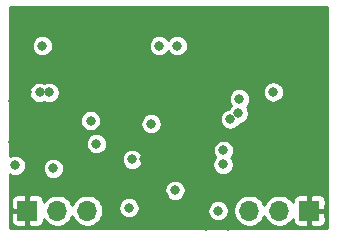
<source format=gbr>
G04 #@! TF.GenerationSoftware,KiCad,Pcbnew,(5.1.5)-3*
G04 #@! TF.CreationDate,2021-02-05T10:45:09+01:00*
G04 #@! TF.ProjectId,kapuki-cursen-hw,6b617075-6b69-42d6-9375-7273656e2d68,rev?*
G04 #@! TF.SameCoordinates,Original*
G04 #@! TF.FileFunction,Copper,L2,Inr*
G04 #@! TF.FilePolarity,Positive*
%FSLAX46Y46*%
G04 Gerber Fmt 4.6, Leading zero omitted, Abs format (unit mm)*
G04 Created by KiCad (PCBNEW (5.1.5)-3) date 2021-02-05 10:45:09*
%MOMM*%
%LPD*%
G04 APERTURE LIST*
%ADD10O,1.700000X1.700000*%
%ADD11R,1.700000X1.700000*%
%ADD12C,0.800000*%
%ADD13C,0.254000*%
G04 APERTURE END LIST*
D10*
X127762000Y-91440000D03*
X125222000Y-91440000D03*
D11*
X122682000Y-91440000D03*
D10*
X141478000Y-91440000D03*
X144018000Y-91440000D03*
D11*
X146558000Y-91440000D03*
D12*
X141478000Y-86080600D03*
X140411200Y-84912200D03*
X136906000Y-87630000D03*
X134239000Y-90220800D03*
X132562600Y-87096600D03*
X128041400Y-81534000D03*
X130048000Y-81534000D03*
X141782800Y-81381600D03*
X132511800Y-74726800D03*
X128041400Y-82626200D03*
X127736600Y-86588600D03*
X129717800Y-87122000D03*
X129336800Y-84074000D03*
X135178800Y-74828400D03*
X122656600Y-81432400D03*
X121462800Y-82118200D03*
X124612400Y-89636600D03*
X126390400Y-89916000D03*
X147828000Y-82804000D03*
X147828000Y-85344000D03*
X147828000Y-81534000D03*
X146304000Y-81534000D03*
X123088400Y-89636600D03*
X121691400Y-89636600D03*
X145288000Y-88036400D03*
X141757400Y-87223600D03*
X132816600Y-81534000D03*
X123850400Y-83261200D03*
X122072400Y-83261200D03*
X136931400Y-86283800D03*
X139700000Y-92710000D03*
X137795000Y-92710000D03*
X137668000Y-89662000D03*
X147167600Y-87884000D03*
X121462800Y-85598000D03*
X123317000Y-87884000D03*
X123952000Y-77470000D03*
X133858000Y-77470000D03*
X139293600Y-86334600D03*
X135382000Y-77470000D03*
X140538200Y-83210400D03*
X135178800Y-89712800D03*
X131292600Y-91186000D03*
X139877800Y-83693000D03*
X143510000Y-81381600D03*
X139268200Y-87528400D03*
X124536200Y-81432400D03*
X123723400Y-81432400D03*
X124891800Y-87858600D03*
X121666000Y-87604600D03*
X140639800Y-81965800D03*
X138836400Y-91440000D03*
X133172200Y-84074000D03*
X131572000Y-87096600D03*
X128524000Y-85775800D03*
X128041400Y-83820000D03*
D13*
G36*
X148057001Y-92939000D02*
G01*
X121183000Y-92939000D01*
X121183000Y-92290000D01*
X121302450Y-92290000D01*
X121312625Y-92393310D01*
X121342760Y-92492650D01*
X121391695Y-92584202D01*
X121457552Y-92664448D01*
X121537798Y-92730305D01*
X121629350Y-92779240D01*
X121728690Y-92809375D01*
X121832000Y-92819550D01*
X122477250Y-92817000D01*
X122609000Y-92685250D01*
X122609000Y-91513000D01*
X121436750Y-91513000D01*
X121305000Y-91644750D01*
X121302450Y-92290000D01*
X121183000Y-92290000D01*
X121183000Y-90590000D01*
X121302450Y-90590000D01*
X121305000Y-91235250D01*
X121436750Y-91367000D01*
X122609000Y-91367000D01*
X122609000Y-90194750D01*
X122755000Y-90194750D01*
X122755000Y-91367000D01*
X122775000Y-91367000D01*
X122775000Y-91513000D01*
X122755000Y-91513000D01*
X122755000Y-92685250D01*
X122886750Y-92817000D01*
X123532000Y-92819550D01*
X123635310Y-92809375D01*
X123734650Y-92779240D01*
X123826202Y-92730305D01*
X123906448Y-92664448D01*
X123972305Y-92584202D01*
X124021240Y-92492650D01*
X124051375Y-92393310D01*
X124061550Y-92290000D01*
X124060984Y-92146752D01*
X124167172Y-92305675D01*
X124356325Y-92494828D01*
X124578746Y-92643444D01*
X124825886Y-92745813D01*
X125088249Y-92798000D01*
X125355751Y-92798000D01*
X125618114Y-92745813D01*
X125865254Y-92643444D01*
X126087675Y-92494828D01*
X126276828Y-92305675D01*
X126425444Y-92083254D01*
X126492000Y-91922574D01*
X126558556Y-92083254D01*
X126707172Y-92305675D01*
X126896325Y-92494828D01*
X127118746Y-92643444D01*
X127365886Y-92745813D01*
X127628249Y-92798000D01*
X127895751Y-92798000D01*
X128158114Y-92745813D01*
X128405254Y-92643444D01*
X128627675Y-92494828D01*
X128816828Y-92305675D01*
X128965444Y-92083254D01*
X129067813Y-91836114D01*
X129120000Y-91573751D01*
X129120000Y-91306249D01*
X129078293Y-91096570D01*
X130384600Y-91096570D01*
X130384600Y-91275430D01*
X130419494Y-91450854D01*
X130487941Y-91616099D01*
X130587311Y-91764816D01*
X130713784Y-91891289D01*
X130862501Y-91990659D01*
X131027746Y-92059106D01*
X131203170Y-92094000D01*
X131382030Y-92094000D01*
X131557454Y-92059106D01*
X131722699Y-91990659D01*
X131871416Y-91891289D01*
X131997889Y-91764816D01*
X132097259Y-91616099D01*
X132165706Y-91450854D01*
X132185653Y-91350570D01*
X137928400Y-91350570D01*
X137928400Y-91529430D01*
X137963294Y-91704854D01*
X138031741Y-91870099D01*
X138131111Y-92018816D01*
X138257584Y-92145289D01*
X138406301Y-92244659D01*
X138571546Y-92313106D01*
X138746970Y-92348000D01*
X138925830Y-92348000D01*
X139101254Y-92313106D01*
X139266499Y-92244659D01*
X139415216Y-92145289D01*
X139541689Y-92018816D01*
X139641059Y-91870099D01*
X139709506Y-91704854D01*
X139744400Y-91529430D01*
X139744400Y-91350570D01*
X139735585Y-91306249D01*
X140120000Y-91306249D01*
X140120000Y-91573751D01*
X140172187Y-91836114D01*
X140274556Y-92083254D01*
X140423172Y-92305675D01*
X140612325Y-92494828D01*
X140834746Y-92643444D01*
X141081886Y-92745813D01*
X141344249Y-92798000D01*
X141611751Y-92798000D01*
X141874114Y-92745813D01*
X142121254Y-92643444D01*
X142343675Y-92494828D01*
X142532828Y-92305675D01*
X142681444Y-92083254D01*
X142748000Y-91922574D01*
X142814556Y-92083254D01*
X142963172Y-92305675D01*
X143152325Y-92494828D01*
X143374746Y-92643444D01*
X143621886Y-92745813D01*
X143884249Y-92798000D01*
X144151751Y-92798000D01*
X144414114Y-92745813D01*
X144661254Y-92643444D01*
X144883675Y-92494828D01*
X145072828Y-92305675D01*
X145179016Y-92146752D01*
X145178450Y-92290000D01*
X145188625Y-92393310D01*
X145218760Y-92492650D01*
X145267695Y-92584202D01*
X145333552Y-92664448D01*
X145413798Y-92730305D01*
X145505350Y-92779240D01*
X145604690Y-92809375D01*
X145708000Y-92819550D01*
X146353250Y-92817000D01*
X146485000Y-92685250D01*
X146485000Y-91513000D01*
X146631000Y-91513000D01*
X146631000Y-92685250D01*
X146762750Y-92817000D01*
X147408000Y-92819550D01*
X147511310Y-92809375D01*
X147610650Y-92779240D01*
X147702202Y-92730305D01*
X147782448Y-92664448D01*
X147848305Y-92584202D01*
X147897240Y-92492650D01*
X147927375Y-92393310D01*
X147937550Y-92290000D01*
X147935000Y-91644750D01*
X147803250Y-91513000D01*
X146631000Y-91513000D01*
X146485000Y-91513000D01*
X146465000Y-91513000D01*
X146465000Y-91367000D01*
X146485000Y-91367000D01*
X146485000Y-90194750D01*
X146631000Y-90194750D01*
X146631000Y-91367000D01*
X147803250Y-91367000D01*
X147935000Y-91235250D01*
X147937550Y-90590000D01*
X147927375Y-90486690D01*
X147897240Y-90387350D01*
X147848305Y-90295798D01*
X147782448Y-90215552D01*
X147702202Y-90149695D01*
X147610650Y-90100760D01*
X147511310Y-90070625D01*
X147408000Y-90060450D01*
X146762750Y-90063000D01*
X146631000Y-90194750D01*
X146485000Y-90194750D01*
X146353250Y-90063000D01*
X145708000Y-90060450D01*
X145604690Y-90070625D01*
X145505350Y-90100760D01*
X145413798Y-90149695D01*
X145333552Y-90215552D01*
X145267695Y-90295798D01*
X145218760Y-90387350D01*
X145188625Y-90486690D01*
X145178450Y-90590000D01*
X145179016Y-90733248D01*
X145072828Y-90574325D01*
X144883675Y-90385172D01*
X144661254Y-90236556D01*
X144414114Y-90134187D01*
X144151751Y-90082000D01*
X143884249Y-90082000D01*
X143621886Y-90134187D01*
X143374746Y-90236556D01*
X143152325Y-90385172D01*
X142963172Y-90574325D01*
X142814556Y-90796746D01*
X142748000Y-90957426D01*
X142681444Y-90796746D01*
X142532828Y-90574325D01*
X142343675Y-90385172D01*
X142121254Y-90236556D01*
X141874114Y-90134187D01*
X141611751Y-90082000D01*
X141344249Y-90082000D01*
X141081886Y-90134187D01*
X140834746Y-90236556D01*
X140612325Y-90385172D01*
X140423172Y-90574325D01*
X140274556Y-90796746D01*
X140172187Y-91043886D01*
X140120000Y-91306249D01*
X139735585Y-91306249D01*
X139709506Y-91175146D01*
X139641059Y-91009901D01*
X139541689Y-90861184D01*
X139415216Y-90734711D01*
X139266499Y-90635341D01*
X139101254Y-90566894D01*
X138925830Y-90532000D01*
X138746970Y-90532000D01*
X138571546Y-90566894D01*
X138406301Y-90635341D01*
X138257584Y-90734711D01*
X138131111Y-90861184D01*
X138031741Y-91009901D01*
X137963294Y-91175146D01*
X137928400Y-91350570D01*
X132185653Y-91350570D01*
X132200600Y-91275430D01*
X132200600Y-91096570D01*
X132165706Y-90921146D01*
X132097259Y-90755901D01*
X131997889Y-90607184D01*
X131871416Y-90480711D01*
X131722699Y-90381341D01*
X131557454Y-90312894D01*
X131382030Y-90278000D01*
X131203170Y-90278000D01*
X131027746Y-90312894D01*
X130862501Y-90381341D01*
X130713784Y-90480711D01*
X130587311Y-90607184D01*
X130487941Y-90755901D01*
X130419494Y-90921146D01*
X130384600Y-91096570D01*
X129078293Y-91096570D01*
X129067813Y-91043886D01*
X128965444Y-90796746D01*
X128816828Y-90574325D01*
X128627675Y-90385172D01*
X128405254Y-90236556D01*
X128158114Y-90134187D01*
X127895751Y-90082000D01*
X127628249Y-90082000D01*
X127365886Y-90134187D01*
X127118746Y-90236556D01*
X126896325Y-90385172D01*
X126707172Y-90574325D01*
X126558556Y-90796746D01*
X126492000Y-90957426D01*
X126425444Y-90796746D01*
X126276828Y-90574325D01*
X126087675Y-90385172D01*
X125865254Y-90236556D01*
X125618114Y-90134187D01*
X125355751Y-90082000D01*
X125088249Y-90082000D01*
X124825886Y-90134187D01*
X124578746Y-90236556D01*
X124356325Y-90385172D01*
X124167172Y-90574325D01*
X124060984Y-90733248D01*
X124061550Y-90590000D01*
X124051375Y-90486690D01*
X124021240Y-90387350D01*
X123972305Y-90295798D01*
X123906448Y-90215552D01*
X123826202Y-90149695D01*
X123734650Y-90100760D01*
X123635310Y-90070625D01*
X123532000Y-90060450D01*
X122886750Y-90063000D01*
X122755000Y-90194750D01*
X122609000Y-90194750D01*
X122477250Y-90063000D01*
X121832000Y-90060450D01*
X121728690Y-90070625D01*
X121629350Y-90100760D01*
X121537798Y-90149695D01*
X121457552Y-90215552D01*
X121391695Y-90295798D01*
X121342760Y-90387350D01*
X121312625Y-90486690D01*
X121302450Y-90590000D01*
X121183000Y-90590000D01*
X121183000Y-89623370D01*
X134270800Y-89623370D01*
X134270800Y-89802230D01*
X134305694Y-89977654D01*
X134374141Y-90142899D01*
X134473511Y-90291616D01*
X134599984Y-90418089D01*
X134748701Y-90517459D01*
X134913946Y-90585906D01*
X135089370Y-90620800D01*
X135268230Y-90620800D01*
X135443654Y-90585906D01*
X135608899Y-90517459D01*
X135757616Y-90418089D01*
X135884089Y-90291616D01*
X135983459Y-90142899D01*
X136051906Y-89977654D01*
X136086800Y-89802230D01*
X136086800Y-89623370D01*
X136051906Y-89447946D01*
X135983459Y-89282701D01*
X135884089Y-89133984D01*
X135757616Y-89007511D01*
X135608899Y-88908141D01*
X135443654Y-88839694D01*
X135268230Y-88804800D01*
X135089370Y-88804800D01*
X134913946Y-88839694D01*
X134748701Y-88908141D01*
X134599984Y-89007511D01*
X134473511Y-89133984D01*
X134374141Y-89282701D01*
X134305694Y-89447946D01*
X134270800Y-89623370D01*
X121183000Y-89623370D01*
X121183000Y-88373912D01*
X121235901Y-88409259D01*
X121401146Y-88477706D01*
X121576570Y-88512600D01*
X121755430Y-88512600D01*
X121930854Y-88477706D01*
X122096099Y-88409259D01*
X122244816Y-88309889D01*
X122371289Y-88183416D01*
X122470659Y-88034699D01*
X122539106Y-87869454D01*
X122559053Y-87769170D01*
X123983800Y-87769170D01*
X123983800Y-87948030D01*
X124018694Y-88123454D01*
X124087141Y-88288699D01*
X124186511Y-88437416D01*
X124312984Y-88563889D01*
X124461701Y-88663259D01*
X124626946Y-88731706D01*
X124802370Y-88766600D01*
X124981230Y-88766600D01*
X125156654Y-88731706D01*
X125321899Y-88663259D01*
X125470616Y-88563889D01*
X125597089Y-88437416D01*
X125696459Y-88288699D01*
X125764906Y-88123454D01*
X125799800Y-87948030D01*
X125799800Y-87769170D01*
X125764906Y-87593746D01*
X125696459Y-87428501D01*
X125597089Y-87279784D01*
X125470616Y-87153311D01*
X125321899Y-87053941D01*
X125208985Y-87007170D01*
X130664000Y-87007170D01*
X130664000Y-87186030D01*
X130698894Y-87361454D01*
X130767341Y-87526699D01*
X130866711Y-87675416D01*
X130993184Y-87801889D01*
X131141901Y-87901259D01*
X131307146Y-87969706D01*
X131482570Y-88004600D01*
X131661430Y-88004600D01*
X131836854Y-87969706D01*
X132002099Y-87901259D01*
X132150816Y-87801889D01*
X132277289Y-87675416D01*
X132376659Y-87526699D01*
X132412997Y-87438970D01*
X138360200Y-87438970D01*
X138360200Y-87617830D01*
X138395094Y-87793254D01*
X138463541Y-87958499D01*
X138562911Y-88107216D01*
X138689384Y-88233689D01*
X138838101Y-88333059D01*
X139003346Y-88401506D01*
X139178770Y-88436400D01*
X139357630Y-88436400D01*
X139533054Y-88401506D01*
X139698299Y-88333059D01*
X139847016Y-88233689D01*
X139973489Y-88107216D01*
X140072859Y-87958499D01*
X140141306Y-87793254D01*
X140176200Y-87617830D01*
X140176200Y-87438970D01*
X140141306Y-87263546D01*
X140072859Y-87098301D01*
X139973489Y-86949584D01*
X139968105Y-86944200D01*
X139998889Y-86913416D01*
X140098259Y-86764699D01*
X140166706Y-86599454D01*
X140201600Y-86424030D01*
X140201600Y-86245170D01*
X140166706Y-86069746D01*
X140098259Y-85904501D01*
X139998889Y-85755784D01*
X139872416Y-85629311D01*
X139723699Y-85529941D01*
X139558454Y-85461494D01*
X139383030Y-85426600D01*
X139204170Y-85426600D01*
X139028746Y-85461494D01*
X138863501Y-85529941D01*
X138714784Y-85629311D01*
X138588311Y-85755784D01*
X138488941Y-85904501D01*
X138420494Y-86069746D01*
X138385600Y-86245170D01*
X138385600Y-86424030D01*
X138420494Y-86599454D01*
X138488941Y-86764699D01*
X138588311Y-86913416D01*
X138593695Y-86918800D01*
X138562911Y-86949584D01*
X138463541Y-87098301D01*
X138395094Y-87263546D01*
X138360200Y-87438970D01*
X132412997Y-87438970D01*
X132445106Y-87361454D01*
X132480000Y-87186030D01*
X132480000Y-87007170D01*
X132445106Y-86831746D01*
X132376659Y-86666501D01*
X132277289Y-86517784D01*
X132150816Y-86391311D01*
X132002099Y-86291941D01*
X131836854Y-86223494D01*
X131661430Y-86188600D01*
X131482570Y-86188600D01*
X131307146Y-86223494D01*
X131141901Y-86291941D01*
X130993184Y-86391311D01*
X130866711Y-86517784D01*
X130767341Y-86666501D01*
X130698894Y-86831746D01*
X130664000Y-87007170D01*
X125208985Y-87007170D01*
X125156654Y-86985494D01*
X124981230Y-86950600D01*
X124802370Y-86950600D01*
X124626946Y-86985494D01*
X124461701Y-87053941D01*
X124312984Y-87153311D01*
X124186511Y-87279784D01*
X124087141Y-87428501D01*
X124018694Y-87593746D01*
X123983800Y-87769170D01*
X122559053Y-87769170D01*
X122574000Y-87694030D01*
X122574000Y-87515170D01*
X122539106Y-87339746D01*
X122470659Y-87174501D01*
X122371289Y-87025784D01*
X122244816Y-86899311D01*
X122096099Y-86799941D01*
X121930854Y-86731494D01*
X121755430Y-86696600D01*
X121576570Y-86696600D01*
X121401146Y-86731494D01*
X121235901Y-86799941D01*
X121183000Y-86835288D01*
X121183000Y-85686370D01*
X127616000Y-85686370D01*
X127616000Y-85865230D01*
X127650894Y-86040654D01*
X127719341Y-86205899D01*
X127818711Y-86354616D01*
X127945184Y-86481089D01*
X128093901Y-86580459D01*
X128259146Y-86648906D01*
X128434570Y-86683800D01*
X128613430Y-86683800D01*
X128788854Y-86648906D01*
X128954099Y-86580459D01*
X129102816Y-86481089D01*
X129229289Y-86354616D01*
X129328659Y-86205899D01*
X129397106Y-86040654D01*
X129432000Y-85865230D01*
X129432000Y-85686370D01*
X129397106Y-85510946D01*
X129328659Y-85345701D01*
X129229289Y-85196984D01*
X129102816Y-85070511D01*
X128954099Y-84971141D01*
X128788854Y-84902694D01*
X128613430Y-84867800D01*
X128434570Y-84867800D01*
X128259146Y-84902694D01*
X128093901Y-84971141D01*
X127945184Y-85070511D01*
X127818711Y-85196984D01*
X127719341Y-85345701D01*
X127650894Y-85510946D01*
X127616000Y-85686370D01*
X121183000Y-85686370D01*
X121183000Y-83730570D01*
X127133400Y-83730570D01*
X127133400Y-83909430D01*
X127168294Y-84084854D01*
X127236741Y-84250099D01*
X127336111Y-84398816D01*
X127462584Y-84525289D01*
X127611301Y-84624659D01*
X127776546Y-84693106D01*
X127951970Y-84728000D01*
X128130830Y-84728000D01*
X128306254Y-84693106D01*
X128471499Y-84624659D01*
X128620216Y-84525289D01*
X128746689Y-84398816D01*
X128846059Y-84250099D01*
X128914506Y-84084854D01*
X128934453Y-83984570D01*
X132264200Y-83984570D01*
X132264200Y-84163430D01*
X132299094Y-84338854D01*
X132367541Y-84504099D01*
X132466911Y-84652816D01*
X132593384Y-84779289D01*
X132742101Y-84878659D01*
X132907346Y-84947106D01*
X133082770Y-84982000D01*
X133261630Y-84982000D01*
X133437054Y-84947106D01*
X133602299Y-84878659D01*
X133751016Y-84779289D01*
X133877489Y-84652816D01*
X133976859Y-84504099D01*
X134045306Y-84338854D01*
X134080200Y-84163430D01*
X134080200Y-83984570D01*
X134045306Y-83809146D01*
X133976859Y-83643901D01*
X133949911Y-83603570D01*
X138969800Y-83603570D01*
X138969800Y-83782430D01*
X139004694Y-83957854D01*
X139073141Y-84123099D01*
X139172511Y-84271816D01*
X139298984Y-84398289D01*
X139447701Y-84497659D01*
X139612946Y-84566106D01*
X139788370Y-84601000D01*
X139967230Y-84601000D01*
X140142654Y-84566106D01*
X140307899Y-84497659D01*
X140456616Y-84398289D01*
X140583089Y-84271816D01*
X140682459Y-84123099D01*
X140689503Y-84106093D01*
X140803054Y-84083506D01*
X140968299Y-84015059D01*
X141117016Y-83915689D01*
X141243489Y-83789216D01*
X141342859Y-83640499D01*
X141411306Y-83475254D01*
X141446200Y-83299830D01*
X141446200Y-83120970D01*
X141411306Y-82945546D01*
X141342859Y-82780301D01*
X141249350Y-82640355D01*
X141345089Y-82544616D01*
X141444459Y-82395899D01*
X141512906Y-82230654D01*
X141547800Y-82055230D01*
X141547800Y-81876370D01*
X141512906Y-81700946D01*
X141444459Y-81535701D01*
X141345089Y-81386984D01*
X141250275Y-81292170D01*
X142602000Y-81292170D01*
X142602000Y-81471030D01*
X142636894Y-81646454D01*
X142705341Y-81811699D01*
X142804711Y-81960416D01*
X142931184Y-82086889D01*
X143079901Y-82186259D01*
X143245146Y-82254706D01*
X143420570Y-82289600D01*
X143599430Y-82289600D01*
X143774854Y-82254706D01*
X143940099Y-82186259D01*
X144088816Y-82086889D01*
X144215289Y-81960416D01*
X144314659Y-81811699D01*
X144383106Y-81646454D01*
X144418000Y-81471030D01*
X144418000Y-81292170D01*
X144383106Y-81116746D01*
X144314659Y-80951501D01*
X144215289Y-80802784D01*
X144088816Y-80676311D01*
X143940099Y-80576941D01*
X143774854Y-80508494D01*
X143599430Y-80473600D01*
X143420570Y-80473600D01*
X143245146Y-80508494D01*
X143079901Y-80576941D01*
X142931184Y-80676311D01*
X142804711Y-80802784D01*
X142705341Y-80951501D01*
X142636894Y-81116746D01*
X142602000Y-81292170D01*
X141250275Y-81292170D01*
X141218616Y-81260511D01*
X141069899Y-81161141D01*
X140904654Y-81092694D01*
X140729230Y-81057800D01*
X140550370Y-81057800D01*
X140374946Y-81092694D01*
X140209701Y-81161141D01*
X140060984Y-81260511D01*
X139934511Y-81386984D01*
X139835141Y-81535701D01*
X139766694Y-81700946D01*
X139731800Y-81876370D01*
X139731800Y-82055230D01*
X139766694Y-82230654D01*
X139835141Y-82395899D01*
X139928650Y-82535845D01*
X139832911Y-82631584D01*
X139733541Y-82780301D01*
X139726497Y-82797307D01*
X139612946Y-82819894D01*
X139447701Y-82888341D01*
X139298984Y-82987711D01*
X139172511Y-83114184D01*
X139073141Y-83262901D01*
X139004694Y-83428146D01*
X138969800Y-83603570D01*
X133949911Y-83603570D01*
X133877489Y-83495184D01*
X133751016Y-83368711D01*
X133602299Y-83269341D01*
X133437054Y-83200894D01*
X133261630Y-83166000D01*
X133082770Y-83166000D01*
X132907346Y-83200894D01*
X132742101Y-83269341D01*
X132593384Y-83368711D01*
X132466911Y-83495184D01*
X132367541Y-83643901D01*
X132299094Y-83809146D01*
X132264200Y-83984570D01*
X128934453Y-83984570D01*
X128949400Y-83909430D01*
X128949400Y-83730570D01*
X128914506Y-83555146D01*
X128846059Y-83389901D01*
X128746689Y-83241184D01*
X128620216Y-83114711D01*
X128471499Y-83015341D01*
X128306254Y-82946894D01*
X128130830Y-82912000D01*
X127951970Y-82912000D01*
X127776546Y-82946894D01*
X127611301Y-83015341D01*
X127462584Y-83114711D01*
X127336111Y-83241184D01*
X127236741Y-83389901D01*
X127168294Y-83555146D01*
X127133400Y-83730570D01*
X121183000Y-83730570D01*
X121183000Y-81342970D01*
X122815400Y-81342970D01*
X122815400Y-81521830D01*
X122850294Y-81697254D01*
X122918741Y-81862499D01*
X123018111Y-82011216D01*
X123144584Y-82137689D01*
X123293301Y-82237059D01*
X123458546Y-82305506D01*
X123633970Y-82340400D01*
X123812830Y-82340400D01*
X123988254Y-82305506D01*
X124129800Y-82246875D01*
X124271346Y-82305506D01*
X124446770Y-82340400D01*
X124625630Y-82340400D01*
X124801054Y-82305506D01*
X124966299Y-82237059D01*
X125115016Y-82137689D01*
X125241489Y-82011216D01*
X125340859Y-81862499D01*
X125409306Y-81697254D01*
X125444200Y-81521830D01*
X125444200Y-81342970D01*
X125409306Y-81167546D01*
X125340859Y-81002301D01*
X125241489Y-80853584D01*
X125115016Y-80727111D01*
X124966299Y-80627741D01*
X124801054Y-80559294D01*
X124625630Y-80524400D01*
X124446770Y-80524400D01*
X124271346Y-80559294D01*
X124129800Y-80617925D01*
X123988254Y-80559294D01*
X123812830Y-80524400D01*
X123633970Y-80524400D01*
X123458546Y-80559294D01*
X123293301Y-80627741D01*
X123144584Y-80727111D01*
X123018111Y-80853584D01*
X122918741Y-81002301D01*
X122850294Y-81167546D01*
X122815400Y-81342970D01*
X121183000Y-81342970D01*
X121183000Y-77380570D01*
X123044000Y-77380570D01*
X123044000Y-77559430D01*
X123078894Y-77734854D01*
X123147341Y-77900099D01*
X123246711Y-78048816D01*
X123373184Y-78175289D01*
X123521901Y-78274659D01*
X123687146Y-78343106D01*
X123862570Y-78378000D01*
X124041430Y-78378000D01*
X124216854Y-78343106D01*
X124382099Y-78274659D01*
X124530816Y-78175289D01*
X124657289Y-78048816D01*
X124756659Y-77900099D01*
X124825106Y-77734854D01*
X124860000Y-77559430D01*
X124860000Y-77380570D01*
X132950000Y-77380570D01*
X132950000Y-77559430D01*
X132984894Y-77734854D01*
X133053341Y-77900099D01*
X133152711Y-78048816D01*
X133279184Y-78175289D01*
X133427901Y-78274659D01*
X133593146Y-78343106D01*
X133768570Y-78378000D01*
X133947430Y-78378000D01*
X134122854Y-78343106D01*
X134288099Y-78274659D01*
X134436816Y-78175289D01*
X134563289Y-78048816D01*
X134620000Y-77963942D01*
X134676711Y-78048816D01*
X134803184Y-78175289D01*
X134951901Y-78274659D01*
X135117146Y-78343106D01*
X135292570Y-78378000D01*
X135471430Y-78378000D01*
X135646854Y-78343106D01*
X135812099Y-78274659D01*
X135960816Y-78175289D01*
X136087289Y-78048816D01*
X136186659Y-77900099D01*
X136255106Y-77734854D01*
X136290000Y-77559430D01*
X136290000Y-77380570D01*
X136255106Y-77205146D01*
X136186659Y-77039901D01*
X136087289Y-76891184D01*
X135960816Y-76764711D01*
X135812099Y-76665341D01*
X135646854Y-76596894D01*
X135471430Y-76562000D01*
X135292570Y-76562000D01*
X135117146Y-76596894D01*
X134951901Y-76665341D01*
X134803184Y-76764711D01*
X134676711Y-76891184D01*
X134620000Y-76976058D01*
X134563289Y-76891184D01*
X134436816Y-76764711D01*
X134288099Y-76665341D01*
X134122854Y-76596894D01*
X133947430Y-76562000D01*
X133768570Y-76562000D01*
X133593146Y-76596894D01*
X133427901Y-76665341D01*
X133279184Y-76764711D01*
X133152711Y-76891184D01*
X133053341Y-77039901D01*
X132984894Y-77205146D01*
X132950000Y-77380570D01*
X124860000Y-77380570D01*
X124825106Y-77205146D01*
X124756659Y-77039901D01*
X124657289Y-76891184D01*
X124530816Y-76764711D01*
X124382099Y-76665341D01*
X124216854Y-76596894D01*
X124041430Y-76562000D01*
X123862570Y-76562000D01*
X123687146Y-76596894D01*
X123521901Y-76665341D01*
X123373184Y-76764711D01*
X123246711Y-76891184D01*
X123147341Y-77039901D01*
X123078894Y-77205146D01*
X123044000Y-77380570D01*
X121183000Y-77380570D01*
X121183000Y-74193000D01*
X148057000Y-74193000D01*
X148057001Y-92939000D01*
G37*
X148057001Y-92939000D02*
X121183000Y-92939000D01*
X121183000Y-92290000D01*
X121302450Y-92290000D01*
X121312625Y-92393310D01*
X121342760Y-92492650D01*
X121391695Y-92584202D01*
X121457552Y-92664448D01*
X121537798Y-92730305D01*
X121629350Y-92779240D01*
X121728690Y-92809375D01*
X121832000Y-92819550D01*
X122477250Y-92817000D01*
X122609000Y-92685250D01*
X122609000Y-91513000D01*
X121436750Y-91513000D01*
X121305000Y-91644750D01*
X121302450Y-92290000D01*
X121183000Y-92290000D01*
X121183000Y-90590000D01*
X121302450Y-90590000D01*
X121305000Y-91235250D01*
X121436750Y-91367000D01*
X122609000Y-91367000D01*
X122609000Y-90194750D01*
X122755000Y-90194750D01*
X122755000Y-91367000D01*
X122775000Y-91367000D01*
X122775000Y-91513000D01*
X122755000Y-91513000D01*
X122755000Y-92685250D01*
X122886750Y-92817000D01*
X123532000Y-92819550D01*
X123635310Y-92809375D01*
X123734650Y-92779240D01*
X123826202Y-92730305D01*
X123906448Y-92664448D01*
X123972305Y-92584202D01*
X124021240Y-92492650D01*
X124051375Y-92393310D01*
X124061550Y-92290000D01*
X124060984Y-92146752D01*
X124167172Y-92305675D01*
X124356325Y-92494828D01*
X124578746Y-92643444D01*
X124825886Y-92745813D01*
X125088249Y-92798000D01*
X125355751Y-92798000D01*
X125618114Y-92745813D01*
X125865254Y-92643444D01*
X126087675Y-92494828D01*
X126276828Y-92305675D01*
X126425444Y-92083254D01*
X126492000Y-91922574D01*
X126558556Y-92083254D01*
X126707172Y-92305675D01*
X126896325Y-92494828D01*
X127118746Y-92643444D01*
X127365886Y-92745813D01*
X127628249Y-92798000D01*
X127895751Y-92798000D01*
X128158114Y-92745813D01*
X128405254Y-92643444D01*
X128627675Y-92494828D01*
X128816828Y-92305675D01*
X128965444Y-92083254D01*
X129067813Y-91836114D01*
X129120000Y-91573751D01*
X129120000Y-91306249D01*
X129078293Y-91096570D01*
X130384600Y-91096570D01*
X130384600Y-91275430D01*
X130419494Y-91450854D01*
X130487941Y-91616099D01*
X130587311Y-91764816D01*
X130713784Y-91891289D01*
X130862501Y-91990659D01*
X131027746Y-92059106D01*
X131203170Y-92094000D01*
X131382030Y-92094000D01*
X131557454Y-92059106D01*
X131722699Y-91990659D01*
X131871416Y-91891289D01*
X131997889Y-91764816D01*
X132097259Y-91616099D01*
X132165706Y-91450854D01*
X132185653Y-91350570D01*
X137928400Y-91350570D01*
X137928400Y-91529430D01*
X137963294Y-91704854D01*
X138031741Y-91870099D01*
X138131111Y-92018816D01*
X138257584Y-92145289D01*
X138406301Y-92244659D01*
X138571546Y-92313106D01*
X138746970Y-92348000D01*
X138925830Y-92348000D01*
X139101254Y-92313106D01*
X139266499Y-92244659D01*
X139415216Y-92145289D01*
X139541689Y-92018816D01*
X139641059Y-91870099D01*
X139709506Y-91704854D01*
X139744400Y-91529430D01*
X139744400Y-91350570D01*
X139735585Y-91306249D01*
X140120000Y-91306249D01*
X140120000Y-91573751D01*
X140172187Y-91836114D01*
X140274556Y-92083254D01*
X140423172Y-92305675D01*
X140612325Y-92494828D01*
X140834746Y-92643444D01*
X141081886Y-92745813D01*
X141344249Y-92798000D01*
X141611751Y-92798000D01*
X141874114Y-92745813D01*
X142121254Y-92643444D01*
X142343675Y-92494828D01*
X142532828Y-92305675D01*
X142681444Y-92083254D01*
X142748000Y-91922574D01*
X142814556Y-92083254D01*
X142963172Y-92305675D01*
X143152325Y-92494828D01*
X143374746Y-92643444D01*
X143621886Y-92745813D01*
X143884249Y-92798000D01*
X144151751Y-92798000D01*
X144414114Y-92745813D01*
X144661254Y-92643444D01*
X144883675Y-92494828D01*
X145072828Y-92305675D01*
X145179016Y-92146752D01*
X145178450Y-92290000D01*
X145188625Y-92393310D01*
X145218760Y-92492650D01*
X145267695Y-92584202D01*
X145333552Y-92664448D01*
X145413798Y-92730305D01*
X145505350Y-92779240D01*
X145604690Y-92809375D01*
X145708000Y-92819550D01*
X146353250Y-92817000D01*
X146485000Y-92685250D01*
X146485000Y-91513000D01*
X146631000Y-91513000D01*
X146631000Y-92685250D01*
X146762750Y-92817000D01*
X147408000Y-92819550D01*
X147511310Y-92809375D01*
X147610650Y-92779240D01*
X147702202Y-92730305D01*
X147782448Y-92664448D01*
X147848305Y-92584202D01*
X147897240Y-92492650D01*
X147927375Y-92393310D01*
X147937550Y-92290000D01*
X147935000Y-91644750D01*
X147803250Y-91513000D01*
X146631000Y-91513000D01*
X146485000Y-91513000D01*
X146465000Y-91513000D01*
X146465000Y-91367000D01*
X146485000Y-91367000D01*
X146485000Y-90194750D01*
X146631000Y-90194750D01*
X146631000Y-91367000D01*
X147803250Y-91367000D01*
X147935000Y-91235250D01*
X147937550Y-90590000D01*
X147927375Y-90486690D01*
X147897240Y-90387350D01*
X147848305Y-90295798D01*
X147782448Y-90215552D01*
X147702202Y-90149695D01*
X147610650Y-90100760D01*
X147511310Y-90070625D01*
X147408000Y-90060450D01*
X146762750Y-90063000D01*
X146631000Y-90194750D01*
X146485000Y-90194750D01*
X146353250Y-90063000D01*
X145708000Y-90060450D01*
X145604690Y-90070625D01*
X145505350Y-90100760D01*
X145413798Y-90149695D01*
X145333552Y-90215552D01*
X145267695Y-90295798D01*
X145218760Y-90387350D01*
X145188625Y-90486690D01*
X145178450Y-90590000D01*
X145179016Y-90733248D01*
X145072828Y-90574325D01*
X144883675Y-90385172D01*
X144661254Y-90236556D01*
X144414114Y-90134187D01*
X144151751Y-90082000D01*
X143884249Y-90082000D01*
X143621886Y-90134187D01*
X143374746Y-90236556D01*
X143152325Y-90385172D01*
X142963172Y-90574325D01*
X142814556Y-90796746D01*
X142748000Y-90957426D01*
X142681444Y-90796746D01*
X142532828Y-90574325D01*
X142343675Y-90385172D01*
X142121254Y-90236556D01*
X141874114Y-90134187D01*
X141611751Y-90082000D01*
X141344249Y-90082000D01*
X141081886Y-90134187D01*
X140834746Y-90236556D01*
X140612325Y-90385172D01*
X140423172Y-90574325D01*
X140274556Y-90796746D01*
X140172187Y-91043886D01*
X140120000Y-91306249D01*
X139735585Y-91306249D01*
X139709506Y-91175146D01*
X139641059Y-91009901D01*
X139541689Y-90861184D01*
X139415216Y-90734711D01*
X139266499Y-90635341D01*
X139101254Y-90566894D01*
X138925830Y-90532000D01*
X138746970Y-90532000D01*
X138571546Y-90566894D01*
X138406301Y-90635341D01*
X138257584Y-90734711D01*
X138131111Y-90861184D01*
X138031741Y-91009901D01*
X137963294Y-91175146D01*
X137928400Y-91350570D01*
X132185653Y-91350570D01*
X132200600Y-91275430D01*
X132200600Y-91096570D01*
X132165706Y-90921146D01*
X132097259Y-90755901D01*
X131997889Y-90607184D01*
X131871416Y-90480711D01*
X131722699Y-90381341D01*
X131557454Y-90312894D01*
X131382030Y-90278000D01*
X131203170Y-90278000D01*
X131027746Y-90312894D01*
X130862501Y-90381341D01*
X130713784Y-90480711D01*
X130587311Y-90607184D01*
X130487941Y-90755901D01*
X130419494Y-90921146D01*
X130384600Y-91096570D01*
X129078293Y-91096570D01*
X129067813Y-91043886D01*
X128965444Y-90796746D01*
X128816828Y-90574325D01*
X128627675Y-90385172D01*
X128405254Y-90236556D01*
X128158114Y-90134187D01*
X127895751Y-90082000D01*
X127628249Y-90082000D01*
X127365886Y-90134187D01*
X127118746Y-90236556D01*
X126896325Y-90385172D01*
X126707172Y-90574325D01*
X126558556Y-90796746D01*
X126492000Y-90957426D01*
X126425444Y-90796746D01*
X126276828Y-90574325D01*
X126087675Y-90385172D01*
X125865254Y-90236556D01*
X125618114Y-90134187D01*
X125355751Y-90082000D01*
X125088249Y-90082000D01*
X124825886Y-90134187D01*
X124578746Y-90236556D01*
X124356325Y-90385172D01*
X124167172Y-90574325D01*
X124060984Y-90733248D01*
X124061550Y-90590000D01*
X124051375Y-90486690D01*
X124021240Y-90387350D01*
X123972305Y-90295798D01*
X123906448Y-90215552D01*
X123826202Y-90149695D01*
X123734650Y-90100760D01*
X123635310Y-90070625D01*
X123532000Y-90060450D01*
X122886750Y-90063000D01*
X122755000Y-90194750D01*
X122609000Y-90194750D01*
X122477250Y-90063000D01*
X121832000Y-90060450D01*
X121728690Y-90070625D01*
X121629350Y-90100760D01*
X121537798Y-90149695D01*
X121457552Y-90215552D01*
X121391695Y-90295798D01*
X121342760Y-90387350D01*
X121312625Y-90486690D01*
X121302450Y-90590000D01*
X121183000Y-90590000D01*
X121183000Y-89623370D01*
X134270800Y-89623370D01*
X134270800Y-89802230D01*
X134305694Y-89977654D01*
X134374141Y-90142899D01*
X134473511Y-90291616D01*
X134599984Y-90418089D01*
X134748701Y-90517459D01*
X134913946Y-90585906D01*
X135089370Y-90620800D01*
X135268230Y-90620800D01*
X135443654Y-90585906D01*
X135608899Y-90517459D01*
X135757616Y-90418089D01*
X135884089Y-90291616D01*
X135983459Y-90142899D01*
X136051906Y-89977654D01*
X136086800Y-89802230D01*
X136086800Y-89623370D01*
X136051906Y-89447946D01*
X135983459Y-89282701D01*
X135884089Y-89133984D01*
X135757616Y-89007511D01*
X135608899Y-88908141D01*
X135443654Y-88839694D01*
X135268230Y-88804800D01*
X135089370Y-88804800D01*
X134913946Y-88839694D01*
X134748701Y-88908141D01*
X134599984Y-89007511D01*
X134473511Y-89133984D01*
X134374141Y-89282701D01*
X134305694Y-89447946D01*
X134270800Y-89623370D01*
X121183000Y-89623370D01*
X121183000Y-88373912D01*
X121235901Y-88409259D01*
X121401146Y-88477706D01*
X121576570Y-88512600D01*
X121755430Y-88512600D01*
X121930854Y-88477706D01*
X122096099Y-88409259D01*
X122244816Y-88309889D01*
X122371289Y-88183416D01*
X122470659Y-88034699D01*
X122539106Y-87869454D01*
X122559053Y-87769170D01*
X123983800Y-87769170D01*
X123983800Y-87948030D01*
X124018694Y-88123454D01*
X124087141Y-88288699D01*
X124186511Y-88437416D01*
X124312984Y-88563889D01*
X124461701Y-88663259D01*
X124626946Y-88731706D01*
X124802370Y-88766600D01*
X124981230Y-88766600D01*
X125156654Y-88731706D01*
X125321899Y-88663259D01*
X125470616Y-88563889D01*
X125597089Y-88437416D01*
X125696459Y-88288699D01*
X125764906Y-88123454D01*
X125799800Y-87948030D01*
X125799800Y-87769170D01*
X125764906Y-87593746D01*
X125696459Y-87428501D01*
X125597089Y-87279784D01*
X125470616Y-87153311D01*
X125321899Y-87053941D01*
X125208985Y-87007170D01*
X130664000Y-87007170D01*
X130664000Y-87186030D01*
X130698894Y-87361454D01*
X130767341Y-87526699D01*
X130866711Y-87675416D01*
X130993184Y-87801889D01*
X131141901Y-87901259D01*
X131307146Y-87969706D01*
X131482570Y-88004600D01*
X131661430Y-88004600D01*
X131836854Y-87969706D01*
X132002099Y-87901259D01*
X132150816Y-87801889D01*
X132277289Y-87675416D01*
X132376659Y-87526699D01*
X132412997Y-87438970D01*
X138360200Y-87438970D01*
X138360200Y-87617830D01*
X138395094Y-87793254D01*
X138463541Y-87958499D01*
X138562911Y-88107216D01*
X138689384Y-88233689D01*
X138838101Y-88333059D01*
X139003346Y-88401506D01*
X139178770Y-88436400D01*
X139357630Y-88436400D01*
X139533054Y-88401506D01*
X139698299Y-88333059D01*
X139847016Y-88233689D01*
X139973489Y-88107216D01*
X140072859Y-87958499D01*
X140141306Y-87793254D01*
X140176200Y-87617830D01*
X140176200Y-87438970D01*
X140141306Y-87263546D01*
X140072859Y-87098301D01*
X139973489Y-86949584D01*
X139968105Y-86944200D01*
X139998889Y-86913416D01*
X140098259Y-86764699D01*
X140166706Y-86599454D01*
X140201600Y-86424030D01*
X140201600Y-86245170D01*
X140166706Y-86069746D01*
X140098259Y-85904501D01*
X139998889Y-85755784D01*
X139872416Y-85629311D01*
X139723699Y-85529941D01*
X139558454Y-85461494D01*
X139383030Y-85426600D01*
X139204170Y-85426600D01*
X139028746Y-85461494D01*
X138863501Y-85529941D01*
X138714784Y-85629311D01*
X138588311Y-85755784D01*
X138488941Y-85904501D01*
X138420494Y-86069746D01*
X138385600Y-86245170D01*
X138385600Y-86424030D01*
X138420494Y-86599454D01*
X138488941Y-86764699D01*
X138588311Y-86913416D01*
X138593695Y-86918800D01*
X138562911Y-86949584D01*
X138463541Y-87098301D01*
X138395094Y-87263546D01*
X138360200Y-87438970D01*
X132412997Y-87438970D01*
X132445106Y-87361454D01*
X132480000Y-87186030D01*
X132480000Y-87007170D01*
X132445106Y-86831746D01*
X132376659Y-86666501D01*
X132277289Y-86517784D01*
X132150816Y-86391311D01*
X132002099Y-86291941D01*
X131836854Y-86223494D01*
X131661430Y-86188600D01*
X131482570Y-86188600D01*
X131307146Y-86223494D01*
X131141901Y-86291941D01*
X130993184Y-86391311D01*
X130866711Y-86517784D01*
X130767341Y-86666501D01*
X130698894Y-86831746D01*
X130664000Y-87007170D01*
X125208985Y-87007170D01*
X125156654Y-86985494D01*
X124981230Y-86950600D01*
X124802370Y-86950600D01*
X124626946Y-86985494D01*
X124461701Y-87053941D01*
X124312984Y-87153311D01*
X124186511Y-87279784D01*
X124087141Y-87428501D01*
X124018694Y-87593746D01*
X123983800Y-87769170D01*
X122559053Y-87769170D01*
X122574000Y-87694030D01*
X122574000Y-87515170D01*
X122539106Y-87339746D01*
X122470659Y-87174501D01*
X122371289Y-87025784D01*
X122244816Y-86899311D01*
X122096099Y-86799941D01*
X121930854Y-86731494D01*
X121755430Y-86696600D01*
X121576570Y-86696600D01*
X121401146Y-86731494D01*
X121235901Y-86799941D01*
X121183000Y-86835288D01*
X121183000Y-85686370D01*
X127616000Y-85686370D01*
X127616000Y-85865230D01*
X127650894Y-86040654D01*
X127719341Y-86205899D01*
X127818711Y-86354616D01*
X127945184Y-86481089D01*
X128093901Y-86580459D01*
X128259146Y-86648906D01*
X128434570Y-86683800D01*
X128613430Y-86683800D01*
X128788854Y-86648906D01*
X128954099Y-86580459D01*
X129102816Y-86481089D01*
X129229289Y-86354616D01*
X129328659Y-86205899D01*
X129397106Y-86040654D01*
X129432000Y-85865230D01*
X129432000Y-85686370D01*
X129397106Y-85510946D01*
X129328659Y-85345701D01*
X129229289Y-85196984D01*
X129102816Y-85070511D01*
X128954099Y-84971141D01*
X128788854Y-84902694D01*
X128613430Y-84867800D01*
X128434570Y-84867800D01*
X128259146Y-84902694D01*
X128093901Y-84971141D01*
X127945184Y-85070511D01*
X127818711Y-85196984D01*
X127719341Y-85345701D01*
X127650894Y-85510946D01*
X127616000Y-85686370D01*
X121183000Y-85686370D01*
X121183000Y-83730570D01*
X127133400Y-83730570D01*
X127133400Y-83909430D01*
X127168294Y-84084854D01*
X127236741Y-84250099D01*
X127336111Y-84398816D01*
X127462584Y-84525289D01*
X127611301Y-84624659D01*
X127776546Y-84693106D01*
X127951970Y-84728000D01*
X128130830Y-84728000D01*
X128306254Y-84693106D01*
X128471499Y-84624659D01*
X128620216Y-84525289D01*
X128746689Y-84398816D01*
X128846059Y-84250099D01*
X128914506Y-84084854D01*
X128934453Y-83984570D01*
X132264200Y-83984570D01*
X132264200Y-84163430D01*
X132299094Y-84338854D01*
X132367541Y-84504099D01*
X132466911Y-84652816D01*
X132593384Y-84779289D01*
X132742101Y-84878659D01*
X132907346Y-84947106D01*
X133082770Y-84982000D01*
X133261630Y-84982000D01*
X133437054Y-84947106D01*
X133602299Y-84878659D01*
X133751016Y-84779289D01*
X133877489Y-84652816D01*
X133976859Y-84504099D01*
X134045306Y-84338854D01*
X134080200Y-84163430D01*
X134080200Y-83984570D01*
X134045306Y-83809146D01*
X133976859Y-83643901D01*
X133949911Y-83603570D01*
X138969800Y-83603570D01*
X138969800Y-83782430D01*
X139004694Y-83957854D01*
X139073141Y-84123099D01*
X139172511Y-84271816D01*
X139298984Y-84398289D01*
X139447701Y-84497659D01*
X139612946Y-84566106D01*
X139788370Y-84601000D01*
X139967230Y-84601000D01*
X140142654Y-84566106D01*
X140307899Y-84497659D01*
X140456616Y-84398289D01*
X140583089Y-84271816D01*
X140682459Y-84123099D01*
X140689503Y-84106093D01*
X140803054Y-84083506D01*
X140968299Y-84015059D01*
X141117016Y-83915689D01*
X141243489Y-83789216D01*
X141342859Y-83640499D01*
X141411306Y-83475254D01*
X141446200Y-83299830D01*
X141446200Y-83120970D01*
X141411306Y-82945546D01*
X141342859Y-82780301D01*
X141249350Y-82640355D01*
X141345089Y-82544616D01*
X141444459Y-82395899D01*
X141512906Y-82230654D01*
X141547800Y-82055230D01*
X141547800Y-81876370D01*
X141512906Y-81700946D01*
X141444459Y-81535701D01*
X141345089Y-81386984D01*
X141250275Y-81292170D01*
X142602000Y-81292170D01*
X142602000Y-81471030D01*
X142636894Y-81646454D01*
X142705341Y-81811699D01*
X142804711Y-81960416D01*
X142931184Y-82086889D01*
X143079901Y-82186259D01*
X143245146Y-82254706D01*
X143420570Y-82289600D01*
X143599430Y-82289600D01*
X143774854Y-82254706D01*
X143940099Y-82186259D01*
X144088816Y-82086889D01*
X144215289Y-81960416D01*
X144314659Y-81811699D01*
X144383106Y-81646454D01*
X144418000Y-81471030D01*
X144418000Y-81292170D01*
X144383106Y-81116746D01*
X144314659Y-80951501D01*
X144215289Y-80802784D01*
X144088816Y-80676311D01*
X143940099Y-80576941D01*
X143774854Y-80508494D01*
X143599430Y-80473600D01*
X143420570Y-80473600D01*
X143245146Y-80508494D01*
X143079901Y-80576941D01*
X142931184Y-80676311D01*
X142804711Y-80802784D01*
X142705341Y-80951501D01*
X142636894Y-81116746D01*
X142602000Y-81292170D01*
X141250275Y-81292170D01*
X141218616Y-81260511D01*
X141069899Y-81161141D01*
X140904654Y-81092694D01*
X140729230Y-81057800D01*
X140550370Y-81057800D01*
X140374946Y-81092694D01*
X140209701Y-81161141D01*
X140060984Y-81260511D01*
X139934511Y-81386984D01*
X139835141Y-81535701D01*
X139766694Y-81700946D01*
X139731800Y-81876370D01*
X139731800Y-82055230D01*
X139766694Y-82230654D01*
X139835141Y-82395899D01*
X139928650Y-82535845D01*
X139832911Y-82631584D01*
X139733541Y-82780301D01*
X139726497Y-82797307D01*
X139612946Y-82819894D01*
X139447701Y-82888341D01*
X139298984Y-82987711D01*
X139172511Y-83114184D01*
X139073141Y-83262901D01*
X139004694Y-83428146D01*
X138969800Y-83603570D01*
X133949911Y-83603570D01*
X133877489Y-83495184D01*
X133751016Y-83368711D01*
X133602299Y-83269341D01*
X133437054Y-83200894D01*
X133261630Y-83166000D01*
X133082770Y-83166000D01*
X132907346Y-83200894D01*
X132742101Y-83269341D01*
X132593384Y-83368711D01*
X132466911Y-83495184D01*
X132367541Y-83643901D01*
X132299094Y-83809146D01*
X132264200Y-83984570D01*
X128934453Y-83984570D01*
X128949400Y-83909430D01*
X128949400Y-83730570D01*
X128914506Y-83555146D01*
X128846059Y-83389901D01*
X128746689Y-83241184D01*
X128620216Y-83114711D01*
X128471499Y-83015341D01*
X128306254Y-82946894D01*
X128130830Y-82912000D01*
X127951970Y-82912000D01*
X127776546Y-82946894D01*
X127611301Y-83015341D01*
X127462584Y-83114711D01*
X127336111Y-83241184D01*
X127236741Y-83389901D01*
X127168294Y-83555146D01*
X127133400Y-83730570D01*
X121183000Y-83730570D01*
X121183000Y-81342970D01*
X122815400Y-81342970D01*
X122815400Y-81521830D01*
X122850294Y-81697254D01*
X122918741Y-81862499D01*
X123018111Y-82011216D01*
X123144584Y-82137689D01*
X123293301Y-82237059D01*
X123458546Y-82305506D01*
X123633970Y-82340400D01*
X123812830Y-82340400D01*
X123988254Y-82305506D01*
X124129800Y-82246875D01*
X124271346Y-82305506D01*
X124446770Y-82340400D01*
X124625630Y-82340400D01*
X124801054Y-82305506D01*
X124966299Y-82237059D01*
X125115016Y-82137689D01*
X125241489Y-82011216D01*
X125340859Y-81862499D01*
X125409306Y-81697254D01*
X125444200Y-81521830D01*
X125444200Y-81342970D01*
X125409306Y-81167546D01*
X125340859Y-81002301D01*
X125241489Y-80853584D01*
X125115016Y-80727111D01*
X124966299Y-80627741D01*
X124801054Y-80559294D01*
X124625630Y-80524400D01*
X124446770Y-80524400D01*
X124271346Y-80559294D01*
X124129800Y-80617925D01*
X123988254Y-80559294D01*
X123812830Y-80524400D01*
X123633970Y-80524400D01*
X123458546Y-80559294D01*
X123293301Y-80627741D01*
X123144584Y-80727111D01*
X123018111Y-80853584D01*
X122918741Y-81002301D01*
X122850294Y-81167546D01*
X122815400Y-81342970D01*
X121183000Y-81342970D01*
X121183000Y-77380570D01*
X123044000Y-77380570D01*
X123044000Y-77559430D01*
X123078894Y-77734854D01*
X123147341Y-77900099D01*
X123246711Y-78048816D01*
X123373184Y-78175289D01*
X123521901Y-78274659D01*
X123687146Y-78343106D01*
X123862570Y-78378000D01*
X124041430Y-78378000D01*
X124216854Y-78343106D01*
X124382099Y-78274659D01*
X124530816Y-78175289D01*
X124657289Y-78048816D01*
X124756659Y-77900099D01*
X124825106Y-77734854D01*
X124860000Y-77559430D01*
X124860000Y-77380570D01*
X132950000Y-77380570D01*
X132950000Y-77559430D01*
X132984894Y-77734854D01*
X133053341Y-77900099D01*
X133152711Y-78048816D01*
X133279184Y-78175289D01*
X133427901Y-78274659D01*
X133593146Y-78343106D01*
X133768570Y-78378000D01*
X133947430Y-78378000D01*
X134122854Y-78343106D01*
X134288099Y-78274659D01*
X134436816Y-78175289D01*
X134563289Y-78048816D01*
X134620000Y-77963942D01*
X134676711Y-78048816D01*
X134803184Y-78175289D01*
X134951901Y-78274659D01*
X135117146Y-78343106D01*
X135292570Y-78378000D01*
X135471430Y-78378000D01*
X135646854Y-78343106D01*
X135812099Y-78274659D01*
X135960816Y-78175289D01*
X136087289Y-78048816D01*
X136186659Y-77900099D01*
X136255106Y-77734854D01*
X136290000Y-77559430D01*
X136290000Y-77380570D01*
X136255106Y-77205146D01*
X136186659Y-77039901D01*
X136087289Y-76891184D01*
X135960816Y-76764711D01*
X135812099Y-76665341D01*
X135646854Y-76596894D01*
X135471430Y-76562000D01*
X135292570Y-76562000D01*
X135117146Y-76596894D01*
X134951901Y-76665341D01*
X134803184Y-76764711D01*
X134676711Y-76891184D01*
X134620000Y-76976058D01*
X134563289Y-76891184D01*
X134436816Y-76764711D01*
X134288099Y-76665341D01*
X134122854Y-76596894D01*
X133947430Y-76562000D01*
X133768570Y-76562000D01*
X133593146Y-76596894D01*
X133427901Y-76665341D01*
X133279184Y-76764711D01*
X133152711Y-76891184D01*
X133053341Y-77039901D01*
X132984894Y-77205146D01*
X132950000Y-77380570D01*
X124860000Y-77380570D01*
X124825106Y-77205146D01*
X124756659Y-77039901D01*
X124657289Y-76891184D01*
X124530816Y-76764711D01*
X124382099Y-76665341D01*
X124216854Y-76596894D01*
X124041430Y-76562000D01*
X123862570Y-76562000D01*
X123687146Y-76596894D01*
X123521901Y-76665341D01*
X123373184Y-76764711D01*
X123246711Y-76891184D01*
X123147341Y-77039901D01*
X123078894Y-77205146D01*
X123044000Y-77380570D01*
X121183000Y-77380570D01*
X121183000Y-74193000D01*
X148057000Y-74193000D01*
X148057001Y-92939000D01*
M02*

</source>
